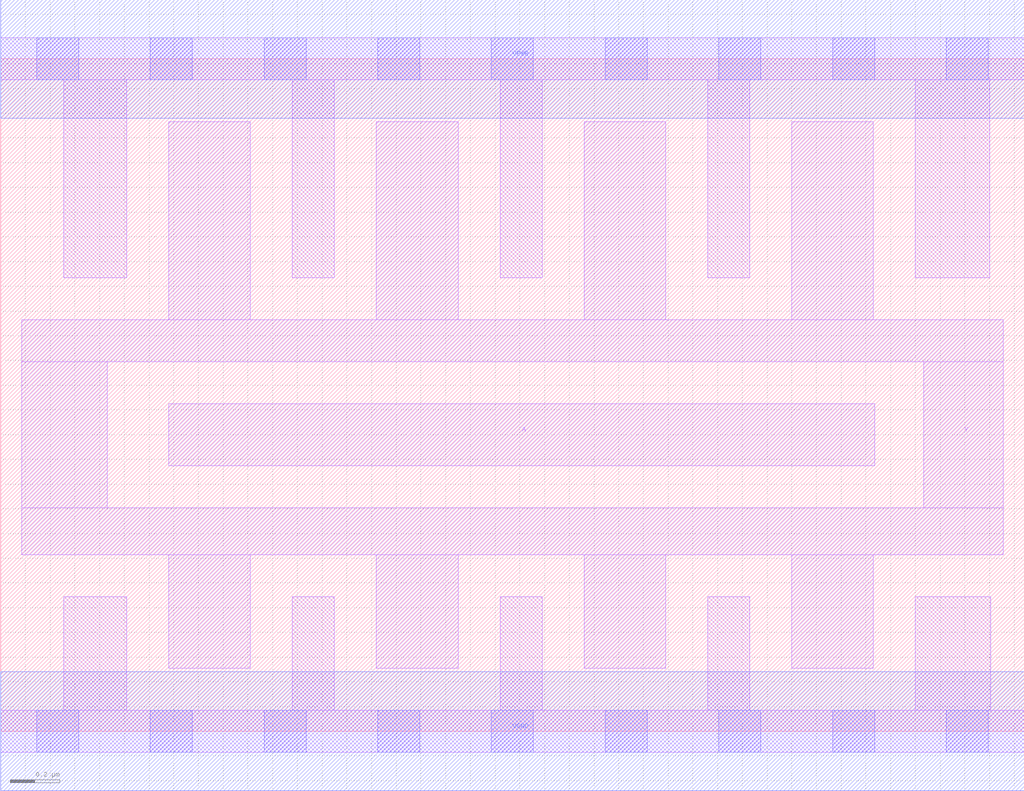
<source format=lef>
# Copyright 2020 The SkyWater PDK Authors
#
# Licensed under the Apache License, Version 2.0 (the "License");
# you may not use this file except in compliance with the License.
# You may obtain a copy of the License at
#
#     https://www.apache.org/licenses/LICENSE-2.0
#
# Unless required by applicable law or agreed to in writing, software
# distributed under the License is distributed on an "AS IS" BASIS,
# WITHOUT WARRANTIES OR CONDITIONS OF ANY KIND, either express or implied.
# See the License for the specific language governing permissions and
# limitations under the License.
#
# SPDX-License-Identifier: Apache-2.0

VERSION 5.7 ;
  NOWIREEXTENSIONATPIN ON ;
  DIVIDERCHAR "/" ;
  BUSBITCHARS "[]" ;
UNITS
  DATABASE MICRONS 200 ;
END UNITS
MACRO sky130_fd_sc_hd__inv_8
  CLASS CORE ;
  FOREIGN sky130_fd_sc_hd__inv_8 ;
  ORIGIN  0.000000  0.000000 ;
  SIZE  4.140000 BY  2.720000 ;
  SYMMETRY X Y R90 ;
  SITE unithd ;
  PIN A
    ANTENNAGATEAREA  1.980000 ;
    DIRECTION INPUT ;
    USE SIGNAL ;
    PORT
      LAYER li1 ;
        RECT 0.680000 1.075000 3.535000 1.325000 ;
    END
  END A
  PIN Y
    ANTENNADIFFAREA  1.782000 ;
    DIRECTION OUTPUT ;
    USE SIGNAL ;
    PORT
      LAYER li1 ;
        RECT 0.085000 0.715000 4.055000 0.905000 ;
        RECT 0.085000 0.905000 0.430000 1.495000 ;
        RECT 0.085000 1.495000 4.055000 1.665000 ;
        RECT 0.680000 0.255000 1.010000 0.715000 ;
        RECT 0.680000 1.665000 1.010000 2.465000 ;
        RECT 1.520000 0.255000 1.850000 0.715000 ;
        RECT 1.520000 1.665000 1.850000 2.465000 ;
        RECT 2.360000 0.255000 2.690000 0.715000 ;
        RECT 2.360000 1.665000 2.690000 2.465000 ;
        RECT 3.200000 0.255000 3.530000 0.715000 ;
        RECT 3.200000 1.665000 3.530000 2.465000 ;
        RECT 3.735000 0.905000 4.055000 1.495000 ;
    END
  END Y
  PIN VGND
    DIRECTION INOUT ;
    SHAPE ABUTMENT ;
    USE GROUND ;
    PORT
      LAYER met1 ;
        RECT 0.000000 -0.240000 4.140000 0.240000 ;
    END
  END VGND
  PIN VPWR
    DIRECTION INOUT ;
    SHAPE ABUTMENT ;
    USE POWER ;
    PORT
      LAYER met1 ;
        RECT 0.000000 2.480000 4.140000 2.960000 ;
    END
  END VPWR
  OBS
    LAYER li1 ;
      RECT 0.000000 -0.085000 4.140000 0.085000 ;
      RECT 0.000000  2.635000 4.140000 2.805000 ;
      RECT 0.255000  0.085000 0.510000 0.545000 ;
      RECT 0.255000  1.835000 0.510000 2.635000 ;
      RECT 1.180000  0.085000 1.350000 0.545000 ;
      RECT 1.180000  1.835000 1.350000 2.635000 ;
      RECT 2.020000  0.085000 2.190000 0.545000 ;
      RECT 2.020000  1.835000 2.190000 2.635000 ;
      RECT 2.860000  0.085000 3.030000 0.545000 ;
      RECT 2.860000  1.835000 3.030000 2.635000 ;
      RECT 3.700000  0.085000 4.005000 0.545000 ;
      RECT 3.700000  1.835000 4.000000 2.635000 ;
    LAYER mcon ;
      RECT 0.145000 -0.085000 0.315000 0.085000 ;
      RECT 0.145000  2.635000 0.315000 2.805000 ;
      RECT 0.605000 -0.085000 0.775000 0.085000 ;
      RECT 0.605000  2.635000 0.775000 2.805000 ;
      RECT 1.065000 -0.085000 1.235000 0.085000 ;
      RECT 1.065000  2.635000 1.235000 2.805000 ;
      RECT 1.525000 -0.085000 1.695000 0.085000 ;
      RECT 1.525000  2.635000 1.695000 2.805000 ;
      RECT 1.985000 -0.085000 2.155000 0.085000 ;
      RECT 1.985000  2.635000 2.155000 2.805000 ;
      RECT 2.445000 -0.085000 2.615000 0.085000 ;
      RECT 2.445000  2.635000 2.615000 2.805000 ;
      RECT 2.905000 -0.085000 3.075000 0.085000 ;
      RECT 2.905000  2.635000 3.075000 2.805000 ;
      RECT 3.365000 -0.085000 3.535000 0.085000 ;
      RECT 3.365000  2.635000 3.535000 2.805000 ;
      RECT 3.825000 -0.085000 3.995000 0.085000 ;
      RECT 3.825000  2.635000 3.995000 2.805000 ;
  END
END sky130_fd_sc_hd__inv_8
END LIBRARY

</source>
